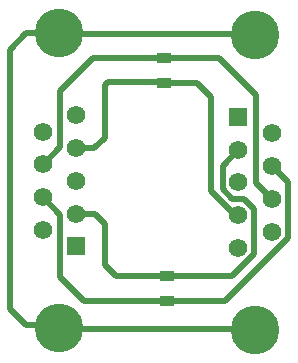
<source format=gtl>
G04*
G04 #@! TF.GenerationSoftware,Altium Limited,Altium Designer,23.3.1 (30)*
G04*
G04 Layer_Physical_Order=1*
G04 Layer_Color=255*
%FSLAX44Y44*%
%MOMM*%
G71*
G04*
G04 #@! TF.SameCoordinates,A51BE0CB-2EC6-4780-A809-610C83DCC7D3*
G04*
G04*
G04 #@! TF.FilePolarity,Positive*
G04*
G01*
G75*
%ADD13R,1.2000X0.9000*%
%ADD18C,0.5000*%
%ADD19C,1.5750*%
%ADD20R,1.5750X1.5750*%
%ADD21C,4.1160*%
D13*
X245000Y263000D02*
D03*
Y242000D02*
D03*
X247500Y57000D02*
D03*
Y78000D02*
D03*
D18*
X204500D02*
X247500D01*
X296715Y57000D02*
X350075Y110360D01*
X247500Y57000D02*
X296715D01*
X178000D02*
X247500D01*
X157525Y77475D02*
X178000Y57000D01*
X303165Y78000D02*
X321675Y96510D01*
X247500Y78000D02*
X303165D01*
X195000Y87500D02*
Y122500D01*
Y87500D02*
X204500Y78000D01*
X128620Y36380D02*
X154220D01*
X115000Y50000D02*
X128620Y36380D01*
X154220D02*
X156700Y33900D01*
X115000Y50000D02*
Y270000D01*
X128620Y283620D01*
X156520D02*
X156700Y283800D01*
X128620Y283620D02*
X156520D01*
X157400Y33200D02*
X321800D01*
X322500Y32500D01*
X156700Y33900D02*
X157400Y33200D01*
Y283100D02*
X321800D01*
X322500Y282400D01*
X156700Y283800D02*
X157400Y283100D01*
X245000Y263000D02*
X291615D01*
X323325Y156975D02*
Y231290D01*
X291615Y263000D02*
X323325Y231290D01*
X185500Y263000D02*
X245000D01*
X285000Y150521D02*
X305771Y129750D01*
X285000Y150521D02*
Y230000D01*
X273000Y242000D02*
X285000Y230000D01*
X294925Y151910D02*
X303235Y143600D01*
X294925Y171775D02*
X308300Y185150D01*
X294925Y151910D02*
Y171775D01*
X186550Y130950D02*
X195000Y122500D01*
X170900Y130950D02*
X186550D01*
X243000Y242500D02*
X243500Y242000D01*
X195000Y195000D02*
Y239571D01*
X197929Y242500D02*
X243000D01*
X195000Y239571D02*
X197929Y242500D01*
X186350Y186350D02*
X195000Y195000D01*
X170900Y186350D02*
X186350D01*
X305771Y129750D02*
X308300D01*
X245000Y242000D02*
X273000D01*
X323325Y156975D02*
X336700Y143600D01*
Y171300D02*
X350075Y157925D01*
Y110360D02*
Y157925D01*
X303235Y143600D02*
X313365D01*
X321675Y96510D02*
Y135290D01*
X313365Y143600D02*
X321675Y135290D01*
X157525Y77475D02*
Y129775D01*
X142500Y144800D02*
X157525Y129775D01*
X157500Y235000D02*
X185500Y263000D01*
X157500Y187500D02*
Y235000D01*
X142500Y172500D02*
X157500Y187500D01*
X243500Y242000D02*
X245000D01*
D19*
X170900Y214250D02*
D03*
X142500Y200400D02*
D03*
X170900Y186550D02*
D03*
X142500Y172700D02*
D03*
X170900Y158850D02*
D03*
X142500Y145000D02*
D03*
X170900Y131150D02*
D03*
X142500Y117300D02*
D03*
X308300Y102050D02*
D03*
X336700Y115900D02*
D03*
X308300Y129750D02*
D03*
X336700Y143600D02*
D03*
X308300Y157450D02*
D03*
X336700Y171300D02*
D03*
X308300Y185150D02*
D03*
X336700Y199000D02*
D03*
D20*
X170900Y103450D02*
D03*
X308300Y212850D02*
D03*
D21*
X156700Y283800D02*
D03*
Y33900D02*
D03*
X322500Y32500D02*
D03*
Y282400D02*
D03*
M02*

</source>
